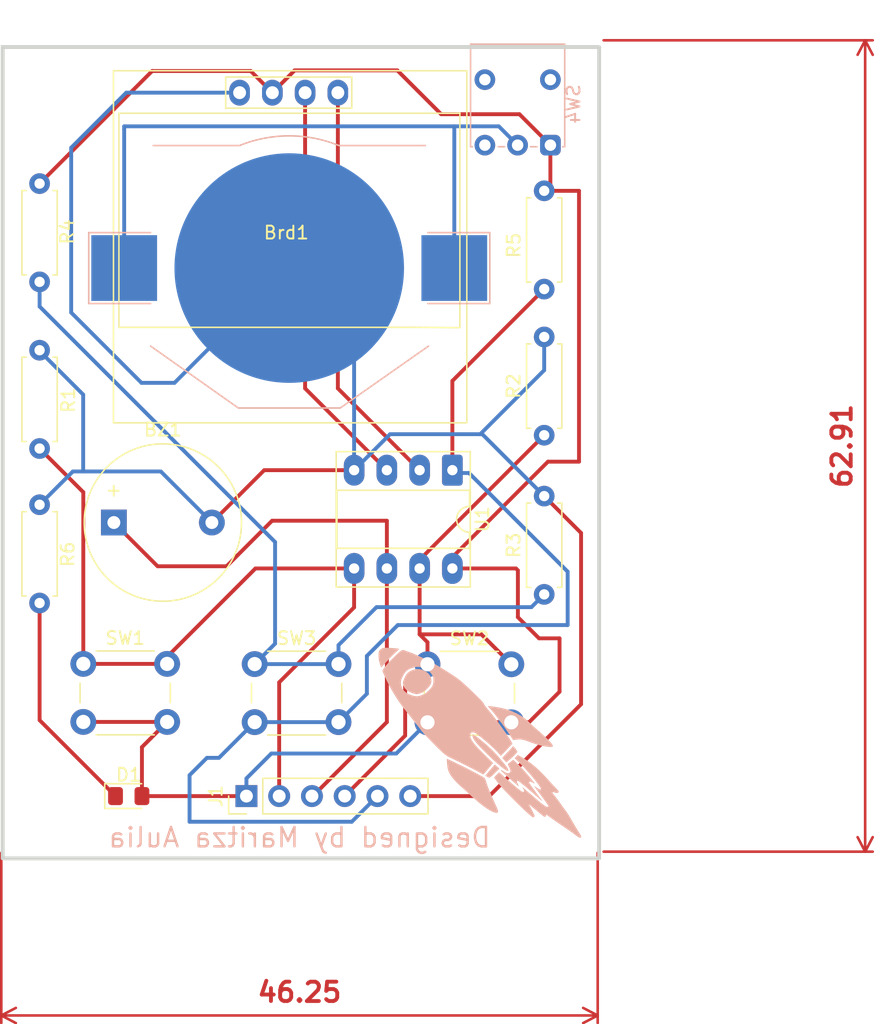
<source format=kicad_pcb>
(kicad_pcb (version 20241229) (generator "pcbnew") (generator_version "9.0")
  (layers (0 "F.Cu" signal) (2 "B.Cu" signal) (13 "F.Paste" user) (15 "B.Paste" user) (5 "F.SilkS" user "F.Silkscreen") (7 "B.SilkS" user "B.Silkscreen") (1 "F.Mask" user) (3 "B.Mask" user) (25 "Edge.Cuts" user))
  (net 0 "")
  (net 1 "GND")
  (net 2 "VCC")
  (net 3 "PB3")
  (net 4 "PB4")
  (net 5 "BAT")
  (net 6 "PB1")
  (net 7 "Net-(D1-K)")
  (net 8 "PB2")
  (net 9 "PB0")
  (net 10 "PB5")
  (net 11 "Net-(R3-Pad1)")
  (footprint "LED_SMD:LED_0805_2012Metric_Pad1.15x1.40mm_HandSolder" (layer "F.Cu") (at 172.2825 109.99)
    (property "Reference" "D1" (at 0 -1.65 0) (layer "F.SilkS"))
    (property "Value" "LED")
    (pad "1" smd roundrect (at -1.025 0) (size 1.15 1.4) (layers "F.Cu" "F.Mask" "F.Paste") (roundrect_rratio 0.217391) (net 7 "Net-(D1-K)"))
    (pad "2" smd roundrect (at 1.025 0) (size 1.15 1.4) (layers "F.Cu" "F.Mask" "F.Paste") (roundrect_rratio 0.217391) (net 2 "VCC"))
  )
  (footprint "Display:128x64OLED" (layer "F.Cu") (at 184.5 66.05)
    (property "Reference" "Brd1" (at 0 0.254 0) (layer "F.SilkS"))
    (property "Value" "SSD1306")
    (pad "1" thru_hole oval (at -3.62 -10.6 90) (size 2 1.6) (drill 1) (layers "*.Cu" "*.Mask") (net 1 "GND"))
    (pad "2" thru_hole oval (at -1.08 -10.6 90) (size 2 1.6) (drill 1) (layers "*.Cu" "*.Mask") (net 2 "VCC"))
    (pad "3" thru_hole oval (at 1.46 -10.6 90) (size 2 1.6) (drill 1) (layers "*.Cu" "*.Mask") (net 4 "PB4"))
    (pad "4" thru_hole oval (at 4 -10.6 90) (size 2 1.6) (drill 1) (layers "*.Cu" "*.Mask") (net 3 "PB3"))
  )
  (footprint "Button_Switch_THT:SW_PUSH_6mm_H9.5mm" (layer "F.Cu") (at 182.05 99.755)
    (property "Reference" "SW3" (at 3.25 -2 0) (layer "F.SilkS"))
    (property "Value" "START")
    (pad "1" thru_hole circle (at 0 0 90) (size 2 2) (drill 1.1) (layers "*.Cu" "*.Mask") (net 11 "Net-(R3-Pad1)"))
    (pad "1" thru_hole circle (at 6.5 0 90) (size 2 2) (drill 1.1) (layers "*.Cu" "*.Mask") (net 11 "Net-(R3-Pad1)"))
    (pad "2" thru_hole circle (at 0 4.5 90) (size 2 2) (drill 1.1) (layers "*.Cu" "*.Mask") (net 10 "PB5"))
    (pad "2" thru_hole circle (at 6.5 4.5 90) (size 2 2) (drill 1.1) (layers "*.Cu" "*.Mask") (net 10 "PB5"))
  )
  (footprint "Resistor_THT:R_Axial_DIN0207_L6.3mm_D2.5mm_P7.62mm_Horizontal" (layer "F.Cu") (at 165.37 83.04 90)
    (property "Reference" "R1" (at 3.75 2.23 90) (layer "F.SilkS"))
    (property "Value" "1k" (hide yes))
    (pad "1" thru_hole circle (at 0 0 90) (size 1.6 1.6) (drill 0.8) (layers "*.Cu" "*.Mask") (net 9 "PB0"))
    (pad "2" thru_hole circle (at 7.62 0 90) (size 1.6 1.6) (drill 0.8) (layers "*.Cu" "*.Mask") (net 1 "GND"))
  )
  (footprint "MountingHole:MountingHole_2.1mm" (layer "F.Cu") (at 165.88 54.81)
    (property "Reference" "H1" (hide yes))
    (property "Value" "MountingHole" (hide yes))
    (pad "" np_thru_hole circle (at 0 0) (size 2.1 2.1) (drill 2.1) (layers "*.Cu" "*.Mask"))
  )
  (footprint "Button_Switch_THT:SW_PUSH_6mm_H9.5mm" (layer "F.Cu") (at 168.76 99.74)
    (property "Reference" "SW1" (at 3.25 -2 0) (layer "F.SilkS"))
    (property "Value" "LEFT")
    (pad "1" thru_hole circle (at 0 0 90) (size 2 2) (drill 1.1) (layers "*.Cu" "*.Mask") (net 9 "PB0"))
    (pad "1" thru_hole circle (at 6.5 0 90) (size 2 2) (drill 1.1) (layers "*.Cu" "*.Mask") (net 9 "PB0"))
    (pad "2" thru_hole circle (at 0 4.5 90) (size 2 2) (drill 1.1) (layers "*.Cu" "*.Mask") (net 2 "VCC"))
    (pad "2" thru_hole circle (at 6.5 4.5 90) (size 2 2) (drill 1.1) (layers "*.Cu" "*.Mask") (net 2 "VCC"))
  )
  (footprint "Buzzer_Beeper:Buzzer_12x9.5RM7.6" (layer "F.Cu") (at 171.13 88.78)
    (property "Reference" "BZ1" (at 3.8 -7.2 0) (layer "F.SilkS"))
    (property "Value" "Buzzer")
    (fp_text user "+" (at -0.01 -2.54 0) (layer "F.SilkS"))
    (pad "1" thru_hole rect (at 0 0) (size 2 2) (drill 1) (layers "*.Cu" "*.Mask") (net 6 "PB1"))
    (pad "2" thru_hole circle (at 7.6 0) (size 2 2) (drill 1) (layers "*.Cu" "*.Mask") (net 1 "GND"))
  )
  (footprint "Resistor_THT:R_Axial_DIN0207_L6.3mm_D2.5mm_P7.62mm_Horizontal" (layer "F.Cu") (at 204.5 94.35 90)
    (property "Reference" "R3" (at 3.81 -2.37 90) (layer "F.SilkS"))
    (property "Value" "1k" (hide yes))
    (pad "1" thru_hole circle (at 0 0 90) (size 1.6 1.6) (drill 0.8) (layers "*.Cu" "*.Mask") (net 11 "Net-(R3-Pad1)"))
    (pad "2" thru_hole circle (at 7.62 0 90) (size 1.6 1.6) (drill 0.8) (layers "*.Cu" "*.Mask") (net 1 "GND"))
  )
  (footprint "Resistor_THT:R_Axial_DIN0207_L6.3mm_D2.5mm_P7.62mm_Horizontal" (layer "F.Cu") (at 204.5 63.06 -90)
    (property "Reference" "R5" (at 4.23 2.36 90) (layer "F.SilkS"))
    (property "Value" "1k" (hide yes))
    (pad "1" thru_hole circle (at 0 0 270) (size 1.6 1.6) (drill 0.8) (layers "*.Cu" "*.Mask") (net 2 "VCC"))
    (pad "2" thru_hole circle (at 7.62 0 270) (size 1.6 1.6) (drill 0.8) (layers "*.Cu" "*.Mask") (net 10 "PB5"))
  )
  (footprint "Connector_PinHeader_2.54mm:PinHeader_1x06_P2.54mm_Vertical" (layer "F.Cu") (at 181.41 109.99 90)
    (property "Reference" "J1" (at 0 -2.38 90) (layer "F.SilkS"))
    (property "Value" "Conn_01x06" (hide yes))
    (pad "1" thru_hole rect (at 0 0 90) (size 1.7 1.7) (drill 1) (layers "*.Cu" "*.Mask") (net 2 "VCC"))
    (pad "2" thru_hole circle (at 0 2.54 90) (size 1.7 1.7) (drill 1) (layers "*.Cu" "*.Mask") (net 9 "PB0"))
    (pad "3" thru_hole circle (at 0 5.08 90) (size 1.7 1.7) (drill 1) (layers "*.Cu" "*.Mask") (net 6 "PB1"))
    (pad "4" thru_hole circle (at 0 7.62 90) (size 1.7 1.7) (drill 1) (layers "*.Cu" "*.Mask") (net 8 "PB2"))
    (pad "5" thru_hole circle (at 0 10.16 90) (size 1.7 1.7) (drill 1) (layers "*.Cu" "*.Mask") (net 10 "PB5"))
    (pad "6" thru_hole circle (at 0 12.7 90) (size 1.7 1.7) (drill 1) (layers "*.Cu" "*.Mask") (net 1 "GND"))
  )
  (footprint "Resistor_THT:R_Axial_DIN0207_L6.3mm_D2.5mm_P7.62mm_Horizontal" (layer "F.Cu") (at 204.5 82.01 90)
    (property "Reference" "R2" (at 3.81 -2.37 90) (layer "F.SilkS"))
    (property "Value" "1k" (hide yes))
    (pad "1" thru_hole circle (at 0 0 90) (size 1.6 1.6) (drill 0.8) (layers "*.Cu" "*.Mask") (net 8 "PB2"))
    (pad "2" thru_hole circle (at 7.62 0 90) (size 1.6 1.6) (drill 0.8) (layers "*.Cu" "*.Mask") (net 1 "GND"))
  )
  (footprint "Resistor_THT:R_Axial_DIN0207_L6.3mm_D2.5mm_P7.62mm_Horizontal" (layer "F.Cu") (at 165.37 95.02 90)
    (property "Reference" "R6" (at 3.78 2.18 90) (layer "F.SilkS"))
    (property "Value" "1k" (hide yes))
    (pad "1" thru_hole circle (at 0 0 90) (size 1.6 1.6) (drill 0.8) (layers "*.Cu" "*.Mask") (net 7 "Net-(D1-K)"))
    (pad "2" thru_hole circle (at 7.62 0 90) (size 1.6 1.6) (drill 0.8) (layers "*.Cu" "*.Mask") (net 1 "GND"))
  )
  (footprint "Button_Switch_THT:SW_PUSH_6mm_H9.5mm" (layer "F.Cu") (at 195.45 99.77)
    (property "Reference" "SW2" (at 3.25 -2 0) (layer "F.SilkS"))
    (property "Value" "RIGHT")
    (pad "1" thru_hole circle (at 0 0 90) (size 2 2) (drill 1.1) (layers "*.Cu" "*.Mask") (net 8 "PB2"))
    (pad "1" thru_hole circle (at 6.5 0 90) (size 2 2) (drill 1.1) (layers "*.Cu" "*.Mask") (net 8 "PB2"))
    (pad "2" thru_hole circle (at 0 4.5 90) (size 2 2) (drill 1.1) (layers "*.Cu" "*.Mask") (net 2 "VCC"))
    (pad "2" thru_hole circle (at 6.5 4.5 90) (size 2 2) (drill 1.1) (layers "*.Cu" "*.Mask") (net 2 "VCC"))
  )
  (footprint "Resistor_THT:R_Axial_DIN0207_L6.3mm_D2.5mm_P7.62mm_Horizontal" (layer "F.Cu") (at 165.37 62.5 -90)
    (property "Reference" "R4" (at 3.74 -2.15 90) (layer "F.SilkS"))
    (property "Value" "1k" (hide yes))
    (pad "1" thru_hole circle (at 0 0 270) (size 1.6 1.6) (drill 0.8) (layers "*.Cu" "*.Mask") (net 2 "VCC"))
    (pad "2" thru_hole circle (at 7.62 0 270) (size 1.6 1.6) (drill 0.8) (layers "*.Cu" "*.Mask") (net 11 "Net-(R3-Pad1)"))
  )
  (footprint "Package_DIP:DIP-8_W7.62mm_Socket_LongPads" (layer "F.Cu") (at 197.38 84.72 -90)
    (property "Reference" "U1" (at 3.81 -2.33 90) (layer "F.SilkS"))
    (property "Value" "ATtiny85-20P")
    (pad "1" thru_hole roundrect (at 0 0 270) (size 2.4 1.6) (drill 0.8) (layers "*.Cu" "*.Mask") (roundrect_rratio 0.15625) (net 10 "PB5"))
    (pad "2" thru_hole oval (at 0 2.54 270) (size 2.4 1.6) (drill 0.8) (layers "*.Cu" "*.Mask") (net 3 "PB3"))
    (pad "3" thru_hole oval (at 0 5.08 270) (size 2.4 1.6) (drill 0.8) (layers "*.Cu" "*.Mask") (net 4 "PB4"))
    (pad "4" thru_hole oval (at 0 7.62 270) (size 2.4 1.6) (drill 0.8) (layers "*.Cu" "*.Mask") (net 1 "GND"))
    (pad "5" thru_hole oval (at 7.62 7.62 270) (size 2.4 1.6) (drill 0.8) (layers "*.Cu" "*.Mask") (net 9 "PB0"))
    (pad "6" thru_hole oval (at 7.62 5.08 270) (size 2.4 1.6) (drill 0.8) (layers "*.Cu" "*.Mask") (net 6 "PB1"))
    (pad "7" thru_hole oval (at 7.62 2.54 270) (size 2.4 1.6) (drill 0.8) (layers "*.Cu" "*.Mask") (net 8 "PB2"))
    (pad "8" thru_hole oval (at 7.62 0 270) (size 2.4 1.6) (drill 0.8) (layers "*.Cu" "*.Mask") (net 2 "VCC"))
  )
  (footprint "PictureRocket:Rocket" (layer "B.Cu") (at 199.82 105.56 180)
    (property "Reference" "G***" (hide yes))
    (property "Value" "LOGO" (hide yes))
  )
  (footprint "Battery:BatteryHolder_Keystone_3002_1x2032" (layer "B.Cu") (at 184.73 69.05 180)
    (property "Reference" "BT1" (hide yes))
    (property "Value" "CR2032")
    (pad "1" smd rect (at -12.8 0 180) (size 5.1 5.1) (layers "B.Cu" "B.Mask" "B.Paste") (net 5 "BAT"))
    (pad "1" smd rect (at 12.8 0 180) (size 5.1 5.1) (layers "B.Cu" "B.Mask" "B.Paste") (net 5 "BAT"))
    (pad "2" smd circle (at 0 0 180) (size 17.8 17.8) (layers "B.Cu" "B.Mask") (net 1 "GND"))
  )
  (footprint "Button_Switch_THT_SPST:SW_Push_1P2T_Vertical_E-Switch_800UDP8P1A1M6" (layer "B.Cu") (at 204.98 59.52 90)
    (property "Reference" "SW4" (at 3.19 1.8 90) (layer "B.SilkS") (effects (justify mirror)))
    (property "Value" "SW_SPST")
    (pad "" thru_hole circle (at 5.08 -5.08 270) (size 1.6 1.6) (drill 0.89) (layers "*.Cu" "*.Mask"))
    (pad "" thru_hole circle (at 5.08 0 270) (size 1.6 1.6) (drill 0.89) (layers "*.Cu" "*.Mask"))
    (pad "1" thru_hole roundrect (at 0 0 270) (size 1.6 1.6) (drill 0.89) (layers "*.Cu" "*.Mask") (net 2 "VCC"))
    (pad "2" thru_hole circle (at 0 -2.54 270) (size 1.6 1.6) (drill 0.89) (layers "*.Cu" "*.Mask") (net 5 "BAT"))
    (pad "3" thru_hole circle (at 0 -5.08 270) (size 1.6 1.6) (drill 0.89) (layers "*.Cu" "*.Mask"))
  )
  (gr_rect (start 162.51 51.91) (end 208.76 114.82) (stroke (width 0.3)) (fill no) (layer "Edge.Cuts"))
  (gr_text "Designed by Maritza Aulia" (at 200.47 114.08 0) (layer "B.SilkS") (effects (font (size 1.5 1.5) (thickness 0.1875)) (justify left bottom mirror)))
  (dimension (type orthogonal) (layer "F.Cu") (pts (xy 162.4 113.885) (xy 208.65 113.885)) (height 13.115) (orientation 0) (format (prefix "") (suffix "") (units 3) (units_format 0) (precision 4) (suppress_zeroes yes)) (style (thickness 0.2) (arrow_length 1.27) (text_position_mode 0) (arrow_direction outward) (extension_height 0.58642) (extension_offset 0.5) (keep_text_aligned yes)) (gr_text "46.25" (at 185.525 125.2 0) (layer "F.Cu") (effects (font (size 1.5 1.5) (thickness 0.3)))))
  (dimension (type orthogonal) (layer "F.Cu") (pts (xy 208.61 114.3) (xy 208.61 51.39)) (height 20.78) (orientation 1) (format (prefix "") (suffix "") (units 3) (units_format 0) (precision 4) (suppress_zeroes yes)) (style (thickness 0.2) (arrow_length 1.27) (text_position_mode 0) (arrow_direction outward) (extension_height 0.58642) (extension_offset 0.5) (keep_text_aligned yes)) (gr_text "62.91" (at 227.59 82.845 90) (layer "F.Cu") (effects (font (size 1.5 1.5) (thickness 0.3)))))
  (segment (start 207.36 89.59) (end 207.36 102.87) (width 0.3) (layer "F.Cu") (net 1))
  (segment (start 200.24 109.99) (end 194.11 109.99) (width 0.3) (layer "F.Cu") (net 1))
  (segment (start 207.36 102.87) (end 200.24 109.99) (width 0.3) (layer "F.Cu") (net 1))
  (segment (start 182.79 84.72) (end 178.73 88.78) (width 0.3) (layer "F.Cu") (net 1))
  (segment (start 189.76 84.72) (end 182.79 84.72) (width 0.3) (layer "F.Cu") (net 1))
  (segment (start 204.5 86.73) (end 207.36 89.59) (width 0.3) (layer "F.Cu") (net 1))
  (segment (start 184.73 69.05) (end 189.76 74.08) (width 0.2) (layer "B.Cu") (net 1))
  (segment (start 165.37 75.42) (end 165.37 75.48) (width 0.3) (layer "B.Cu") (net 1))
  (segment (start 199.7 81.93) (end 204.5 86.73) (width 0.3) (layer "B.Cu") (net 1))
  (segment (start 175.83 77.95) (end 184.73 69.05) (width 0.3) (layer "B.Cu") (net 1))
  (segment (start 167.82 59.72) (end 167.82 72.5) (width 0.3) (layer "B.Cu") (net 1))
  (segment (start 167.95 84.82) (end 168.75 84.82) (width 0.3) (layer "B.Cu") (net 1))
  (segment (start 204.5 76.97) (end 199.54 81.93) (width 0.3) (layer "B.Cu") (net 1))
  (segment (start 165.37 75.48) (end 168.75 78.86) (width 0.3) (layer "B.Cu") (net 1))
  (segment (start 172.09 55.45) (end 167.82 59.72) (width 0.3) (layer "B.Cu") (net 1))
  (segment (start 199.54 81.93) (end 199.7 81.93) (width 0.3) (layer "B.Cu") (net 1))
  (segment (start 180.88 55.45) (end 172.09 55.45) (width 0.3) (layer "B.Cu") (net 1))
  (segment (start 204.5 74.39) (end 204.5 76.97) (width 0.3) (layer "B.Cu") (net 1))
  (segment (start 167.82 72.5) (end 173.27 77.95) (width 0.3) (layer "B.Cu") (net 1))
  (segment (start 173.27 77.95) (end 175.83 77.95) (width 0.3) (layer "B.Cu") (net 1))
  (segment (start 189.76 84.72) (end 192.55 81.93) (width 0.3) (layer "B.Cu") (net 1))
  (segment (start 165.37 87.4) (end 167.95 84.82) (width 0.3) (layer "B.Cu") (net 1))
  (segment (start 174.77 84.82) (end 178.73 88.78) (width 0.3) (layer "B.Cu") (net 1))
  (segment (start 168.75 78.86) (end 168.75 84.82) (width 0.3) (layer "B.Cu") (net 1))
  (segment (start 192.55 81.93) (end 199.54 81.93) (width 0.3) (layer "B.Cu") (net 1))
  (segment (start 168.75 84.82) (end 174.77 84.82) (width 0.3) (layer "B.Cu") (net 1))
  (segment (start 189.76 74.08) (end 189.76 84.72) (width 0.3) (layer "B.Cu") (net 1))
  (segment (start 202.581 57.121) (end 196.511 57.121) (width 0.3) (layer "F.Cu") (net 2))
  (segment (start 181.41 109.99) (end 173.3075 109.99) (width 0.3) (layer "F.Cu") (net 2))
  (segment (start 204.1 97.76) (end 202.46 96.12) (width 0.3) (layer "F.Cu") (net 2))
  (segment (start 202.46 96.12) (end 202.46 92.49) (width 0.3) (layer "F.Cu") (net 2))
  (segment (start 204.98 59.52) (end 204.98 62.58) (width 0.3) (layer "F.Cu") (net 2))
  (segment (start 207.2 84.06) (end 207.2 63.06) (width 0.3) (layer "F.Cu") (net 2))
  (segment (start 196.511 57.121) (end 193.11 53.72) (width 0.3) (layer "F.Cu") (net 2))
  (segment (start 197.38 91.47) (end 204.79 84.06) (width 0.3) (layer "F.Cu") (net 2))
  (segment (start 173.3075 106.1925) (end 173.3075 109.99) (width 0.3) (layer "F.Cu") (net 2))
  (segment (start 205.69 101.9) (end 205.69 97.76) (width 0.3) (layer "F.Cu") (net 2))
  (segment (start 202.46 92.49) (end 202.31 92.34) (width 0.3) (layer "F.Cu") (net 2))
  (segment (start 203.32 104.27) (end 201.95 104.27) (width 0.3) (layer "F.Cu") (net 2))
  (segment (start 204.98 62.58) (end 204.5 63.06) (width 0.3) (layer "F.Cu") (net 2))
  (segment (start 168.76 104.24) (end 175.26 104.24) (width 0.3) (layer "F.Cu") (net 2))
  (segment (start 204.98 59.52) (end 202.581 57.121) (width 0.3) (layer "F.Cu") (net 2))
  (segment (start 204.79 84.06) (end 207.2 84.06) (width 0.3) (layer "F.Cu") (net 2))
  (segment (start 197.38 92.34) (end 202.31 92.34) (width 0.3) (layer "F.Cu") (net 2))
  (segment (start 181.74 53.77) (end 174.1 53.77) (width 0.3) (layer "F.Cu") (net 2))
  (segment (start 207.2 63.06) (end 204.5 63.06) (width 0.3) (layer "F.Cu") (net 2))
  (segment (start 174.1 53.77) (end 165.37 62.5) (width 0.3) (layer "F.Cu") (net 2))
  (segment (start 197.38 92.29295) (end 197.38 91.47) (width 0.3) (layer "F.Cu") (net 2))
  (segment (start 183.42 55.45) (end 181.74 53.77) (width 0.3) (layer "F.Cu") (net 2))
  (segment (start 195.45 104.27) (end 201.95 104.27) (width 0.3) (layer "F.Cu") (net 2))
  (segment (start 203.32 104.27) (end 205.69 101.9) (width 0.3) (layer "F.Cu") (net 2))
  (segment (start 205.69 97.76) (end 204.1 97.76) (width 0.3) (layer "F.Cu") (net 2))
  (segment (start 185.15 53.72) (end 193.11 53.72) (width 0.3) (layer "F.Cu") (net 2))
  (segment (start 175.26 104.24) (end 173.3075 106.1925) (width 0.3) (layer "F.Cu") (net 2))
  (segment (start 197.38 92.34) (end 197.38 92.29295) (width 0.2) (layer "F.Cu") (net 2))
  (segment (start 183.42 55.45) (end 185.15 53.72) (width 0.3) (layer "F.Cu") (net 2))
  (segment (start 195.45 104.27) (end 193.03 106.69) (width 0.3) (layer "B.Cu") (net 2))
  (segment (start 183.34 106.69) (end 181.41 108.62) (width 0.3) (layer "B.Cu") (net 2))
  (segment (start 193.03 106.69) (end 183.34 106.69) (width 0.3) (layer "B.Cu") (net 2))
  (segment (start 181.41 108.62) (end 181.41 109.99) (width 0.3) (layer "B.Cu") (net 2))
  (segment (start 194.84 84.72) (end 188.5 78.38) (width 0.3) (layer "F.Cu") (net 3))
  (segment (start 188.5 78.38) (end 188.5 55.45) (width 0.3) (layer "F.Cu") (net 3))
  (segment (start 185.96 78.38) (end 185.96 55.45) (width 0.3) (layer "F.Cu") (net 4))
  (segment (start 192.3 84.72) (end 185.96 78.38) (width 0.3) (layer "F.Cu") (net 4))
  (segment (start 197.53 58.06) (end 171.93 58.06) (width 0.3) (layer "B.Cu") (net 5))
  (segment (start 171.93 58.3) (end 171.93 69.05) (width 0.3) (layer "B.Cu") (net 5))
  (segment (start 171.93 58.06) (end 171.93 58.3) (width 0.3) (layer "B.Cu") (net 5))
  (segment (start 197.53 69.05) (end 197.53 58.06) (width 0.3) (layer "B.Cu") (net 5))
  (segment (start 200.98 58.06) (end 197.53 58.06) (width 0.3) (layer "B.Cu") (net 5))
  (segment (start 202.44 59.52) (end 200.98 58.06) (width 0.3) (layer "B.Cu") (net 5))
  (segment (start 192.3 88.64) (end 192.3 92.34) (width 0.3) (layer "F.Cu") (net 6))
  (segment (start 186.56 109.99) (end 192.3 104.25) (width 0.3) (layer "F.Cu") (net 6))
  (segment (start 192.3 104.25) (end 192.3 92.34) (width 0.3) (layer "F.Cu") (net 6))
  (segment (start 179.87 92.17) (end 183.4 88.64) (width 0.3) (layer "F.Cu") (net 6))
  (segment (start 183.4 88.64) (end 192.3 88.64) (width 0.3) (layer "F.Cu") (net 6))
  (segment (start 186.49 109.99) (end 186.56 109.99) (width 0.3) (layer "F.Cu") (net 6))
  (segment (start 171.13 88.78) (end 174.52 92.17) (width 0.3) (layer "F.Cu") (net 6))
  (segment (start 174.52 92.17) (end 179.87 92.17) (width 0.3) (layer "F.Cu") (net 6))
  (segment (start 165.37 104.1025) (end 171.2575 109.99) (width 0.3) (layer "F.Cu") (net 7))
  (segment (start 165.37 95.02) (end 165.37 104.1025) (width 0.3) (layer "F.Cu") (net 7))
  (segment (start 188.91 109.87) (end 189.03 109.99) (width 0.3) (layer "F.Cu") (net 8))
  (segment (start 193.72 105.3) (end 193.72 101.5) (width 0.3) (layer "F.Cu") (net 8))
  (segment (start 195.45 99.77) (end 193.72 101.5) (width 0.3) (layer "F.Cu") (net 8))
  (segment (start 189.03 109.99) (end 193.72 105.3) (width 0.3) (layer "F.Cu") (net 8))
  (segment (start 199.63 97.45) (end 201.95 99.77) (width 0.3) (layer "F.Cu") (net 8))
  (segment (start 194.84 91.67) (end 194.84 92.34) (width 0.2) (layer "F.Cu") (net 8))
  (segment (start 204.5 82.01) (end 194.84 91.67) (width 0.3) (layer "F.Cu") (net 8))
  (segment (start 195.45 98.06) (end 194.84 97.45) (width 0.3) (layer "F.Cu") (net 8))
  (segment (start 194.84 97.45) (end 199.63 97.45) (width 0.3) (layer "F.Cu") (net 8))
  (segment (start 194.84 92.34) (end 194.84 97.45) (width 0.3) (layer "F.Cu") (net 8))
  (segment (start 195.45 99.77) (end 195.45 98.06) (width 0.3) (layer "F.Cu") (net 8))
  (segment (start 189.76 92.34) (end 189.76 95.36) (width 0.3) (layer "F.Cu") (net 9))
  (segment (start 168.76 99.74) (end 175.26 99.74) (width 0.3) (layer "F.Cu") (net 9))
  (segment (start 183.95 101.17) (end 183.95 109.99) (width 0.3) (layer "F.Cu") (net 9))
  (segment (start 175.26 99.74) (end 175.26 99.19) (width 0.2) (layer "F.Cu") (net 9))
  (segment (start 182.11 92.34) (end 189.76 92.34) (width 0.3) (layer "F.Cu") (net 9))
  (segment (start 168.76 99.74) (end 168.76 86.43) (width 0.3) (layer "F.Cu") (net 9))
  (segment (start 189.76 95.36) (end 183.95 101.17) (width 0.3) (layer "F.Cu") (net 9))
  (segment (start 175.26 99.19) (end 182.11 92.34) (width 0.3) (layer "F.Cu") (net 9))
  (segment (start 168.76 86.43) (end 165.37 83.04) (width 0.3) (layer "F.Cu") (net 9))
  (segment (start 197.38 77.8) (end 204.5 70.68) (width 0.3) (layer "F.Cu") (net 10))
  (segment (start 197.38 84.72) (end 197.38 77.8) (width 0.3) (layer "F.Cu") (net 10))
  (segment (start 197.38 84.72) (end 197.38 84.94) (width 0.2) (layer "B.Cu") (net 10))
  (segment (start 179.28 107.025) (end 178.345 107.025) (width 0.3) (layer "B.Cu") (net 10))
  (segment (start 177 111.98) (end 189.58 111.98) (width 0.3) (layer "B.Cu") (net 10))
  (segment (start 182.05 104.255) (end 188.55 104.255) (width 0.3) (layer "B.Cu") (net 10))
  (segment (start 190.75 102.055) (end 188.55 104.255) (width 0.3) (layer "B.Cu") (net 10))
  (segment (start 189.58 111.98) (end 191.57 109.99) (width 0.3) (layer "B.Cu") (net 10))
  (segment (start 177 108.37) (end 177 111.98) (width 0.3) (layer "B.Cu") (net 10))
  (segment (start 190.75 99.125) (end 190.75 102.055) (width 0.3) (layer "B.Cu") (net 10))
  (segment (start 182.05 104.255) (end 179.28 107.025) (width 0.3) (layer "B.Cu") (net 10))
  (segment (start 198.67 84.94) (end 206.32 92.59) (width 0.3) (layer "B.Cu") (net 10))
  (segment (start 197.38 84.94) (end 198.67 84.94) (width 0.3) (layer "B.Cu") (net 10))
  (segment (start 206.32 92.59) (end 206.32 96.73) (width 0.3) (layer "B.Cu") (net 10))
  (segment (start 193.145 96.73) (end 190.75 99.125) (width 0.3) (layer "B.Cu") (net 10))
  (segment (start 178.345 107.025) (end 177 108.37) (width 0.3) (layer "B.Cu") (net 10))
  (segment (start 206.32 96.73) (end 193.145 96.73) (width 0.3) (layer "B.Cu") (net 10))
  (segment (start 183.63 98.175) (end 183.63 90.29) (width 0.3) (layer "B.Cu") (net 11))
  (segment (start 165.37 72.03) (end 165.37 70.12) (width 0.3) (layer "B.Cu") (net 11))
  (segment (start 183.63 90.29) (end 165.37 72.03) (width 0.3) (layer "B.Cu") (net 11))
  (segment (start 203.51 95.34) (end 191.495 95.34) (width 0.3) (layer "B.Cu") (net 11))
  (segment (start 188.55 99.755) (end 182.05 99.755) (width 0.3) (layer "B.Cu") (net 11))
  (segment (start 182.05 99.755) (end 183.63 98.175) (width 0.3) (layer "B.Cu") (net 11))
  (segment (start 188.55 99.755) (end 188.55 98.285) (width 0.3) (layer "B.Cu") (net 11))
  (segment (start 203.51 95.34) (end 204.5 94.35) (width 0.3) (layer "B.Cu") (net 11))
  (segment (start 191.495 95.34) (end 188.55 98.285) (width 0.3) (layer "B.Cu") (net 11))
)
</source>
